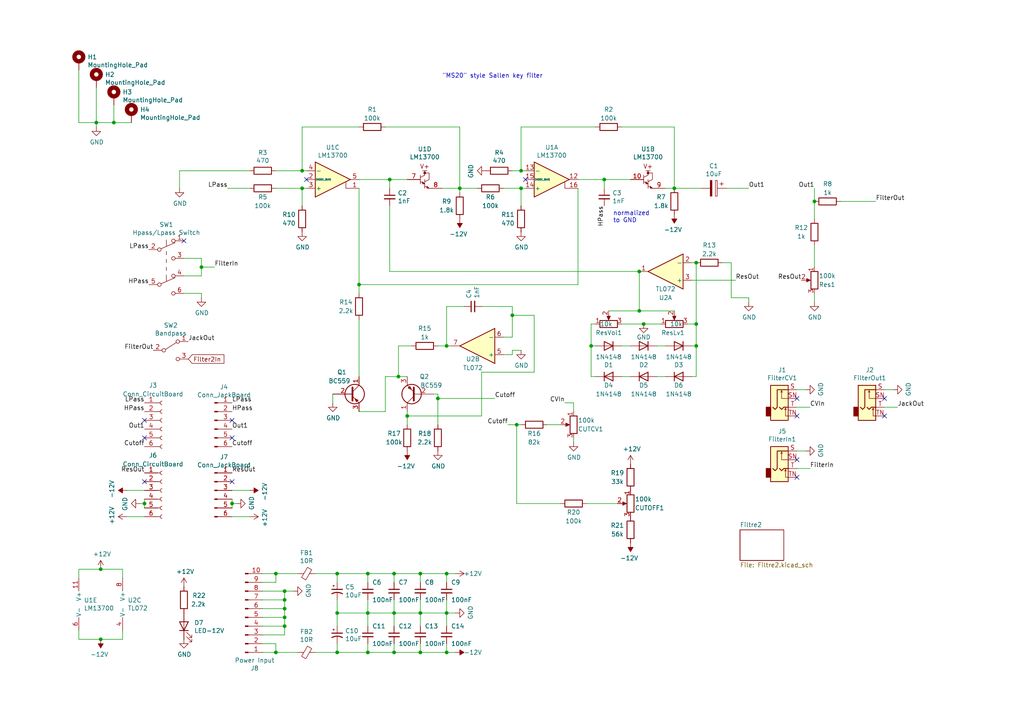
<source format=kicad_sch>
(kicad_sch (version 20230121) (generator eeschema)
  (paper "A4")
  (lib_symbols
    (symbol "Amplifier_Operational:LM13700" (pin_names (offset 0.127))
      (property "Reference" "U" (at 3.81 5.08 0))
      (property "Value" "LM13700" (at 5.08 -5.08 0))
      (symbol "LM13700_1_1"
        (pin output line (at 7.62 0 180) (length 2.54) (name "~") (number "12"))
        (pin input line (at -7.62 2.54 0) (length 2.54) (name "-") (number "13"))
        (pin input line (at -7.62 -2.54 0) (length 2.54) (name "+") (number "14"))
        (pin input line (at -7.62 0 0) (length 2.54) (name "DIODE_BIAS") (number "15"))
        (pin input line (at 7.62 -2.54 180) (length 2.54) (name "~") (number "16"))
      )
      (symbol "LM13700_2_1"
        (text "V+" (at -2.54 3.81 0) (effects (font (size 1.27 1.27))))
        (pin input line (at -7.62 0 0) (length 3.81) (name "~") (number "10"))
        (pin output line (at 2.54 -2.54 180) (length 3.81) (name "~") (number "9"))
      )
      (symbol "LM13700_3_1"
        (pin input line (at 7.62 -2.54 180) (length 2.54) (name "~") (number "1"))
        (pin input line (at -7.62 0 0) (length 2.54) (name "DIODE_BIAS") (number "2"))
        (pin input line (at -7.62 -2.54 0) (length 2.54) (name "+") (number "3"))
        (pin input line (at -7.62 2.54 0) (length 2.54) (name "-") (number "4"))
        (pin output line (at 7.62 0 180) (length 2.54) (name "~") (number "5"))
      )
      (symbol "LM13700_4_0"
        (text "V+" (at -2.54 3.81 0) (effects (font (size 1.27 1.27))))
      )
      (symbol "LM13700_4_1"
        (pin input line (at -7.62 0 0) (length 3.81) (name "~") (number "7"))
        (pin output line (at 2.54 -2.54 180) (length 3.81) (name "~") (number "8"))
      )
      (symbol "LM13700_5_1"
        (pin power_in line (at -2.54 7.62 270) (length 3.81) (name "V+") (number "11"))
        (pin power_in line (at -2.54 -7.62 90) (length 3.81) (name "V-") (number "6"))
      )
    )
    (symbol "Amplifier_Operational:TL072" (pin_names (offset 0.127))
      (property "Reference" "U" (at 0 5.08 0))
      (property "Value" "TL072" (at 0 -5.08 0))
      (symbol "TL072_1_1"
        (pin output line (at 7.62 0 180) (length 2.54) (name "~") (number "1"))
        (pin input line (at -7.62 -2.54 0) (length 2.54) (name "-") (number "2"))
        (pin input line (at -7.62 2.54 0) (length 2.54) (name "+") (number "3"))
      )
      (symbol "TL072_2_1"
        (pin input line (at -7.62 2.54 0) (length 2.54) (name "+") (number "5"))
        (pin input line (at -7.62 -2.54 0) (length 2.54) (name "-") (number "6"))
        (pin output line (at 7.62 0 180) (length 2.54) (name "~") (number "7"))
      )
      (symbol "TL072_3_1"
        (pin power_in line (at -2.54 -7.62 90) (length 3.81) (name "V-") (number "4"))
        (pin power_in line (at -2.54 7.62 270) (length 3.81) (name "V+") (number "8"))
      )
    )
    (symbol "Connector:AudioJack2_Switch"
      (property "Reference" "J" (at 0 11.43 0))
      (property "Value" "AudioJack2_Switch" (at 0 8.89 0))
      (symbol "AudioJack2_Switch_1_1"
        (pin passive line (at 5.08 5.08 180) (length 2.54) (name "~") (number "S"))
        (pin passive line (at 5.08 2.54 180) (length 2.54) (name "~") (number "SN"))
        (pin passive line (at 5.08 0 180) (length 2.54) (name "~") (number "T"))
        (pin passive line (at 5.08 -2.54 180) (length 2.54) (name "~") (number "TN"))
      )
    )
    (symbol "Connector:Conn_01x06_Female" (pin_names (offset 1.016) hide)
      (property "Reference" "J" (at 0 7.62 0))
      (property "Value" "Conn_01x06_Female" (at 0 -10.16 0))
      (symbol "Conn_01x06_Female_1_1"
        (pin passive line (at -5.08 5.08 0) (length 3.81) (name "Pin_1") (number "1"))
        (pin passive line (at -5.08 2.54 0) (length 3.81) (name "Pin_2") (number "2"))
        (pin passive line (at -5.08 0 0) (length 3.81) (name "Pin_3") (number "3"))
        (pin passive line (at -5.08 -2.54 0) (length 3.81) (name "Pin_4") (number "4"))
        (pin passive line (at -5.08 -5.08 0) (length 3.81) (name "Pin_5") (number "5"))
        (pin passive line (at -5.08 -7.62 0) (length 3.81) (name "Pin_6") (number "6"))
      )
    )
    (symbol "Connector:Conn_01x06_Male" (pin_names (offset 1.016) hide)
      (property "Reference" "J" (at 0 7.62 0))
      (property "Value" "Conn_01x06_Male" (at 0 -10.16 0))
      (symbol "Conn_01x06_Male_1_1"
        (pin passive line (at 5.08 5.08 180) (length 3.81) (name "Pin_1") (number "1"))
        (pin passive line (at 5.08 2.54 180) (length 3.81) (name "Pin_2") (number "2"))
        (pin passive line (at 5.08 0 180) (length 3.81) (name "Pin_3") (number "3"))
        (pin passive line (at 5.08 -2.54 180) (length 3.81) (name "Pin_4") (number "4"))
        (pin passive line (at 5.08 -5.08 180) (length 3.81) (name "Pin_5") (number "5"))
        (pin passive line (at 5.08 -7.62 180) (length 3.81) (name "Pin_6") (number "6"))
      )
    )
    (symbol "Connector:Conn_01x10_Male" (pin_names (offset 1.016) hide)
      (property "Reference" "J" (at 0 12.7 0))
      (property "Value" "Conn_01x10_Male" (at 0 -15.24 0))
      (symbol "Conn_01x10_Male_1_1"
        (pin passive line (at 5.08 10.16 180) (length 3.81) (name "Pin_1") (number "1"))
        (pin passive line (at 5.08 -12.7 180) (length 3.81) (name "Pin_10") (number "10"))
        (pin passive line (at 5.08 7.62 180) (length 3.81) (name "Pin_2") (number "2"))
        (pin passive line (at 5.08 5.08 180) (length 3.81) (name "Pin_3") (number "3"))
        (pin passive line (at 5.08 2.54 180) (length 3.81) (name "Pin_4") (number "4"))
        (pin passive line (at 5.08 0 180) (length 3.81) (name "Pin_5") (number "5"))
        (pin passive line (at 5.08 -2.54 180) (length 3.81) (name "Pin_6") (number "6"))
        (pin passive line (at 5.08 -5.08 180) (length 3.81) (name "Pin_7") (number "7"))
        (pin passive line (at 5.08 -7.62 180) (length 3.81) (name "Pin_8") (number "8"))
        (pin passive line (at 5.08 -10.16 180) (length 3.81) (name "Pin_9") (number "9"))
      )
    )
    (symbol "Device:CP" (pin_numbers hide) (pin_names (offset 0.254))
      (property "Reference" "C" (at 0.635 2.54 0))
      (property "Value" "Device_CP" (at 0.635 -2.54 0))
      (symbol "CP_1_1"
        (pin passive line (at 0 3.81 270) (length 2.794) (name "~") (number "1"))
        (pin passive line (at 0 -3.81 90) (length 2.794) (name "~") (number "2"))
      )
    )
    (symbol "Device:CP1_Small" (pin_numbers hide) (pin_names (offset 0.254) hide)
      (property "Reference" "C" (at 0.254 1.778 0))
      (property "Value" "Device_CP1_Small" (at 0.254 -2.032 0))
      (symbol "CP1_Small_1_1"
        (pin passive line (at 0 2.54 270) (length 2.032) (name "~") (number "1"))
        (pin passive line (at 0 -2.54 90) (length 2.032) (name "~") (number "2"))
      )
    )
    (symbol "Device:C_Small" (pin_numbers hide) (pin_names (offset 0.254) hide)
      (property "Reference" "C" (at 0.254 1.778 0))
      (property "Value" "C_Small" (at 0.254 -2.032 0))
      (symbol "C_Small_1_1"
        (pin passive line (at 0 2.54 270) (length 2.032) (name "~") (number "1"))
        (pin passive line (at 0 -2.54 90) (length 2.032) (name "~") (number "2"))
      )
    )
    (symbol "Device:D" (pin_numbers hide) (pin_names (offset 1.016) hide)
      (property "Reference" "D" (at 0 2.54 0))
      (property "Value" "D" (at 0 -2.54 0))
      (symbol "D_1_1"
        (pin passive line (at -3.81 0 0) (length 2.54) (name "K") (number "1"))
        (pin passive line (at 3.81 0 180) (length 2.54) (name "A") (number "2"))
      )
    )
    (symbol "Device:Ferrite_Bead_Small" (pin_numbers hide) (pin_names (offset 0))
      (property "Reference" "FB" (at 1.905 1.27 0))
      (property "Value" "Device_Ferrite_Bead_Small" (at 1.905 -1.27 0))
      (symbol "Ferrite_Bead_Small_1_1"
        (pin passive line (at 0 2.54 270) (length 1.27) (name "~") (number "1"))
        (pin passive line (at 0 -2.54 90) (length 1.27) (name "~") (number "2"))
      )
    )
    (symbol "Device:LED" (pin_numbers hide) (pin_names (offset 1.016) hide)
      (property "Reference" "D" (at 0 2.54 0))
      (property "Value" "LED" (at 0 -2.54 0))
      (symbol "LED_1_1"
        (pin passive line (at -3.81 0 0) (length 2.54) (name "K") (number "1"))
        (pin passive line (at 3.81 0 180) (length 2.54) (name "A") (number "2"))
      )
    )
    (symbol "Device:R" (pin_numbers hide) (pin_names (offset 0))
      (property "Reference" "R" (at 2.032 0 90))
      (property "Value" "R" (at 0 0 90))
      (symbol "R_1_1"
        (pin passive line (at 0 3.81 270) (length 1.27) (name "~") (number "1"))
        (pin passive line (at 0 -3.81 90) (length 1.27) (name "~") (number "2"))
      )
    )
    (symbol "Device:R_POT" (pin_names (offset 1.016) hide)
      (property "Reference" "RV" (at -4.445 0 90))
      (property "Value" "Device_R_POT" (at -2.54 0 90))
      (symbol "R_POT_1_1"
        (pin passive line (at 0 3.81 270) (length 1.27) (name "1") (number "1"))
        (pin passive line (at 3.81 0 180) (length 1.27) (name "2") (number "2"))
        (pin passive line (at 0 -3.81 90) (length 1.27) (name "3") (number "3"))
      )
    )
    (symbol "Mechanical:MountingHole_Pad" (pin_numbers hide) (pin_names (offset 1.016) hide)
      (property "Reference" "H" (at 0 6.35 0))
      (property "Value" "MountingHole_Pad" (at 0 4.445 0))
      (symbol "MountingHole_Pad_1_1"
        (pin input line (at 0 -2.54 90) (length 2.54) (name "1") (number "1"))
      )
    )
    (symbol "Switch:SW_Push_DPDT" (pin_names (offset 0) hide)
      (property "Reference" "SW" (at 0 8.89 0))
      (property "Value" "SW_Push_DPDT" (at 0 -10.16 0))
      (symbol "SW_Push_DPDT_1_1"
        (pin passive line (at 5.08 7.62 180) (length 2.54) (name "A") (number "1"))
        (pin passive line (at -5.08 5.08 0) (length 2.54) (name "B") (number "2"))
        (pin passive line (at 5.08 2.54 180) (length 2.54) (name "C") (number "3"))
        (pin passive line (at 5.08 -2.54 180) (length 2.54) (name "A") (number "4"))
        (pin passive line (at -5.08 -5.08 0) (length 2.54) (name "B") (number "5"))
        (pin passive line (at 5.08 -7.62 180) (length 2.54) (name "C") (number "6"))
      )
    )
    (symbol "Switch:SW_SPDT" (pin_names (offset 0) hide)
      (property "Reference" "SW" (at 0 4.318 0))
      (property "Value" "SW_SPDT" (at 0 -5.08 0))
      (symbol "SW_SPDT_1_1"
        (pin passive line (at 5.08 2.54 180) (length 2.54) (name "A") (number "1"))
        (pin passive line (at -5.08 0 0) (length 2.54) (name "B") (number "2"))
        (pin passive line (at 5.08 -2.54 180) (length 2.54) (name "C") (number "3"))
      )
    )
    (symbol "Transistor_BJT:BC559" (pin_names (offset 0) hide)
      (property "Reference" "Q" (at 5.08 1.905 0))
      (property "Value" "BC559" (at 5.08 0 0))
      (symbol "BC559_1_1"
        (pin passive line (at 2.54 5.08 270) (length 2.54) (name "C") (number "1"))
        (pin input line (at -5.08 0 0) (length 5.715) (name "B") (number "2"))
        (pin passive line (at 2.54 -5.08 90) (length 2.54) (name "E") (number "3"))
      )
    )
    (symbol "power:+12V" (power) (pin_names (offset 0))
      (property "Value" "+12V" (at 0 3.556 0))
      (symbol "+12V_1_1"
        (pin power_in line (at 0 0 90) (length 0) hide (name "+12V") (number "1"))
      )
    )
    (symbol "power:-12V" (power) (pin_names (offset 0))
      (property "Value" "-12V" (at 0 3.81 0))
      (symbol "-12V_0_0"
        (pin power_in line (at 0 0 90) (length 0) hide (name "-12V") (number "1"))
      )
    )
    (symbol "power:GND" (power) (pin_names (offset 0))
      (property "Value" "GND" (at 0 -3.81 0))
      (symbol "GND_1_1"
        (pin power_in line (at 0 0 270) (length 0) hide (name "GND") (number "1"))
      )
    )
  )
  (junction (at 121.92 177.8))
  (junction (at 118.11 120.65))
  (junction (at 104.14 82.55))
  (junction (at 186.69 93.98))
  (junction (at 82.55 179.07))
  (junction (at 133.35 54.61))
  (junction (at 114.3 189.23))
  (junction (at 114.3 166.37))
  (junction (at 58.42 77.47))
  (junction (at 201.93 93.98))
  (junction (at 33.02 35.56))
  (junction (at 151.13 49.53))
  (junction (at 129.54 100.33))
  (junction (at 106.68 166.37))
  (junction (at 113.03 52.07))
  (junction (at 201.93 76.2))
  (junction (at 97.79 189.23))
  (junction (at 129.54 177.8))
  (junction (at 148.59 91.44))
  (junction (at 171.45 100.33))
  (junction (at 149.86 123.19))
  (junction (at 82.55 181.61))
  (junction (at 80.01 166.37))
  (junction (at 82.55 176.53))
  (junction (at 129.54 189.23))
  (junction (at 185.42 90.17))
  (junction (at 121.92 189.23))
  (junction (at 151.13 54.61))
  (junction (at 29.21 165.1))
  (junction (at 201.93 100.33))
  (junction (at 82.55 173.99))
  (junction (at 27.94 35.56))
  (junction (at 87.63 54.61))
  (junction (at 82.55 171.45))
  (junction (at 106.68 177.8))
  (junction (at 97.79 177.8))
  (junction (at 97.79 166.37))
  (junction (at 195.58 54.61))
  (junction (at 67.31 146.05))
  (junction (at 236.22 58.42))
  (junction (at 29.21 185.42))
  (junction (at 114.3 177.8))
  (junction (at 106.68 189.23))
  (junction (at 80.01 189.23))
  (junction (at 87.63 49.53))
  (junction (at 127 115.57))
  (junction (at 121.92 166.37))
  (junction (at 175.26 52.07))
  (junction (at 185.42 78.74))
  (junction (at 41.91 146.05))
  (junction (at 115.57 109.22))
  (junction (at 129.54 166.37))
  (no_connect (at 53.34 69.85))
  (no_connect (at 256.54 120.65))
  (no_connect (at 231.14 133.35))
  (no_connect (at 41.91 127))
  (no_connect (at 41.91 121.92))
  (no_connect (at 152.4 52.07))
  (no_connect (at 67.31 121.92))
  (no_connect (at 231.14 120.65))
  (no_connect (at 231.14 115.57))
  (no_connect (at 41.91 139.7))
  (no_connect (at 67.31 139.7))
  (no_connect (at 67.31 127))
  (no_connect (at 256.54 115.57))
  (no_connect (at 231.14 138.43))
  (no_connect (at 88.9 52.07))
  (wire (pts (xy 58.42 74.93) (xy 58.42 77.47)))
  (wire (pts (xy 82.55 181.61) (xy 82.55 179.07)))
  (wire (pts (xy 148.59 91.44) (xy 148.59 88.9)))
  (wire (pts (xy 121.92 168.91) (xy 121.92 166.37)))
  (wire (pts (xy 67.31 142.24) (xy 72.39 142.24)))
  (wire (pts (xy 231.14 130.81) (xy 233.68 130.81)))
  (wire (pts (xy 201.93 93.98) (xy 201.93 100.33)))
  (wire (pts (xy 87.63 54.61) (xy 87.63 59.69)))
  (wire (pts (xy 118.11 120.65) (xy 139.7 120.65)))
  (wire (pts (xy 200.66 100.33) (xy 201.93 100.33)))
  (wire (pts (xy 106.68 189.23) (xy 114.3 189.23)))
  (wire (pts (xy 41.91 144.78) (xy 41.91 146.05)))
  (wire (pts (xy 97.79 186.69) (xy 97.79 189.23)))
  (wire (pts (xy 166.37 127) (xy 166.37 128.27)))
  (wire (pts (xy 171.45 100.33) (xy 171.45 109.22)))
  (wire (pts (xy 171.45 109.22) (xy 172.72 109.22)))
  (wire (pts (xy 38.1 35.56) (xy 33.02 35.56)))
  (wire (pts (xy 236.22 87.63) (xy 236.22 85.09)))
  (wire (pts (xy 72.39 49.53) (xy 52.07 49.53)))
  (wire (pts (xy 185.42 78.74) (xy 113.03 78.74)))
  (wire (pts (xy 125.73 114.3) (xy 127 114.3)))
  (wire (pts (xy 29.21 185.42) (xy 22.86 185.42)))
  (wire (pts (xy 97.79 189.23) (xy 106.68 189.23)))
  (wire (pts (xy 127 114.3) (xy 127 115.57)))
  (wire (pts (xy 182.88 109.22) (xy 180.34 109.22)))
  (wire (pts (xy 185.42 78.74) (xy 185.42 90.17)))
  (wire (pts (xy 121.92 177.8) (xy 121.92 181.61)))
  (wire (pts (xy 85.09 171.45) (xy 82.55 171.45)))
  (wire (pts (xy 76.2 171.45) (xy 82.55 171.45)))
  (wire (pts (xy 97.79 173.99) (xy 97.79 177.8)))
  (wire (pts (xy 209.55 76.2) (xy 212.09 76.2)))
  (wire (pts (xy 151.13 49.53) (xy 152.4 49.53)))
  (wire (pts (xy 76.2 168.91) (xy 80.01 168.91)))
  (wire (pts (xy 175.26 52.07) (xy 175.26 54.61)))
  (wire (pts (xy 139.7 120.65) (xy 139.7 107.95)))
  (wire (pts (xy 148.59 97.79) (xy 148.59 91.44)))
  (wire (pts (xy 113.03 78.74) (xy 113.03 59.69)))
  (wire (pts (xy 128.27 54.61) (xy 133.35 54.61)))
  (wire (pts (xy 104.14 82.55) (xy 104.14 54.61)))
  (wire (pts (xy 106.68 186.69) (xy 106.68 189.23)))
  (wire (pts (xy 115.57 100.33) (xy 115.57 109.22)))
  (wire (pts (xy 76.2 186.69) (xy 80.01 186.69)))
  (wire (pts (xy 151.13 54.61) (xy 146.05 54.61)))
  (wire (pts (xy 180.34 93.98) (xy 186.69 93.98)))
  (wire (pts (xy 167.64 82.55) (xy 104.14 82.55)))
  (wire (pts (xy 114.3 186.69) (xy 114.3 189.23)))
  (wire (pts (xy 114.3 166.37) (xy 121.92 166.37)))
  (wire (pts (xy 82.55 171.45) (xy 82.55 173.99)))
  (wire (pts (xy 172.72 100.33) (xy 171.45 100.33)))
  (wire (pts (xy 118.11 120.65) (xy 118.11 123.19)))
  (wire (pts (xy 127 100.33) (xy 129.54 100.33)))
  (wire (pts (xy 256.54 113.03) (xy 259.08 113.03)))
  (wire (pts (xy 76.2 173.99) (xy 82.55 173.99)))
  (wire (pts (xy 72.39 54.61) (xy 66.04 54.61)))
  (wire (pts (xy 234.95 135.89) (xy 231.14 135.89)))
  (wire (pts (xy 58.42 85.09) (xy 53.34 85.09)))
  (wire (pts (xy 104.14 119.38) (xy 111.76 119.38)))
  (wire (pts (xy 82.55 179.07) (xy 82.55 176.53)))
  (wire (pts (xy 121.92 166.37) (xy 129.54 166.37)))
  (wire (pts (xy 22.86 20.32) (xy 22.86 35.56)))
  (wire (pts (xy 212.09 76.2) (xy 212.09 86.36)))
  (wire (pts (xy 106.68 177.8) (xy 106.68 181.61)))
  (wire (pts (xy 236.22 71.12) (xy 236.22 77.47)))
  (wire (pts (xy 114.3 177.8) (xy 114.3 181.61)))
  (wire (pts (xy 212.09 86.36) (xy 217.17 86.36)))
  (wire (pts (xy 149.86 123.19) (xy 147.32 123.19)))
  (wire (pts (xy 203.2 54.61) (xy 195.58 54.61)))
  (wire (pts (xy 87.63 36.83) (xy 87.63 49.53)))
  (wire (pts (xy 121.92 173.99) (xy 121.92 177.8)))
  (wire (pts (xy 87.63 49.53) (xy 80.01 49.53)))
  (wire (pts (xy 129.54 166.37) (xy 132.08 166.37)))
  (wire (pts (xy 52.07 49.53) (xy 52.07 54.61)))
  (wire (pts (xy 35.56 182.88) (xy 35.56 185.42)))
  (wire (pts (xy 33.02 35.56) (xy 27.94 35.56)))
  (wire (pts (xy 154.94 107.95) (xy 154.94 91.44)))
  (wire (pts (xy 121.92 189.23) (xy 129.54 189.23)))
  (wire (pts (xy 167.64 54.61) (xy 167.64 82.55)))
  (wire (pts (xy 193.04 109.22) (xy 190.5 109.22)))
  (wire (pts (xy 97.79 166.37) (xy 106.68 166.37)))
  (wire (pts (xy 179.07 146.05) (xy 170.18 146.05)))
  (wire (pts (xy 129.54 173.99) (xy 129.54 177.8)))
  (wire (pts (xy 195.58 36.83) (xy 180.34 36.83)))
  (wire (pts (xy 121.92 177.8) (xy 129.54 177.8)))
  (wire (pts (xy 151.13 54.61) (xy 151.13 59.69)))
  (wire (pts (xy 76.2 189.23) (xy 80.01 189.23)))
  (wire (pts (xy 180.34 100.33) (xy 182.88 100.33)))
  (wire (pts (xy 97.79 168.91) (xy 97.79 166.37)))
  (wire (pts (xy 114.3 173.99) (xy 114.3 177.8)))
  (wire (pts (xy 106.68 166.37) (xy 114.3 166.37)))
  (wire (pts (xy 111.76 109.22) (xy 115.57 109.22)))
  (wire (pts (xy 201.93 100.33) (xy 201.93 109.22)))
  (wire (pts (xy 201.93 93.98) (xy 199.39 93.98)))
  (wire (pts (xy 186.69 93.98) (xy 191.77 93.98)))
  (wire (pts (xy 148.59 101.6) (xy 151.13 101.6)))
  (wire (pts (xy 127 115.57) (xy 127 123.19)))
  (wire (pts (xy 146.05 102.87) (xy 148.59 102.87)))
  (wire (pts (xy 134.62 88.9) (xy 129.54 88.9)))
  (wire (pts (xy 96.52 114.3) (xy 96.52 116.84)))
  (wire (pts (xy 129.54 168.91) (xy 129.54 166.37)))
  (wire (pts (xy 29.21 165.1) (xy 35.56 165.1)))
  (wire (pts (xy 210.82 54.61) (xy 217.17 54.61)))
  (wire (pts (xy 146.05 97.79) (xy 148.59 97.79)))
  (wire (pts (xy 67.31 144.78) (xy 67.31 146.05)))
  (wire (pts (xy 113.03 52.07) (xy 118.11 52.07)))
  (wire (pts (xy 80.01 166.37) (xy 86.36 166.37)))
  (wire (pts (xy 162.56 123.19) (xy 158.75 123.19)))
  (wire (pts (xy 148.59 102.87) (xy 148.59 101.6)))
  (wire (pts (xy 82.55 184.15) (xy 82.55 181.61)))
  (wire (pts (xy 114.3 168.91) (xy 114.3 166.37)))
  (wire (pts (xy 97.79 177.8) (xy 106.68 177.8)))
  (wire (pts (xy 129.54 186.69) (xy 129.54 189.23)))
  (wire (pts (xy 113.03 52.07) (xy 113.03 54.61)))
  (wire (pts (xy 29.21 185.42) (xy 35.56 185.42)))
  (wire (pts (xy 148.59 49.53) (xy 151.13 49.53)))
  (wire (pts (xy 62.23 77.47) (xy 58.42 77.47)))
  (wire (pts (xy 104.14 82.55) (xy 104.14 85.09)))
  (wire (pts (xy 139.7 107.95) (xy 154.94 107.95)))
  (wire (pts (xy 104.14 52.07) (xy 113.03 52.07)))
  (wire (pts (xy 35.56 165.1) (xy 35.56 167.64)))
  (wire (pts (xy 149.86 146.05) (xy 162.56 146.05)))
  (wire (pts (xy 129.54 189.23) (xy 132.08 189.23)))
  (wire (pts (xy 27.94 25.4) (xy 27.94 35.56)))
  (wire (pts (xy 41.91 146.05) (xy 40.64 146.05)))
  (wire (pts (xy 236.22 58.42) (xy 236.22 63.5)))
  (wire (pts (xy 22.86 165.1) (xy 22.86 167.64)))
  (wire (pts (xy 133.35 54.61) (xy 138.43 54.61)))
  (wire (pts (xy 80.01 54.61) (xy 87.63 54.61)))
  (wire (pts (xy 213.36 81.28) (xy 200.66 81.28)))
  (wire (pts (xy 243.84 58.42) (xy 254 58.42)))
  (wire (pts (xy 58.42 80.01) (xy 53.34 80.01)))
  (wire (pts (xy 234.95 118.11) (xy 231.14 118.11)))
  (wire (pts (xy 106.68 177.8) (xy 114.3 177.8)))
  (wire (pts (xy 148.59 88.9) (xy 139.7 88.9)))
  (wire (pts (xy 127 115.57) (xy 143.51 115.57)))
  (wire (pts (xy 97.79 177.8) (xy 97.79 181.61)))
  (wire (pts (xy 167.64 52.07) (xy 175.26 52.07)))
  (wire (pts (xy 129.54 177.8) (xy 129.54 181.61)))
  (wire (pts (xy 106.68 173.99) (xy 106.68 177.8)))
  (wire (pts (xy 22.86 182.88) (xy 22.86 185.42)))
  (wire (pts (xy 151.13 123.19) (xy 149.86 123.19)))
  (wire (pts (xy 33.02 30.48) (xy 33.02 35.56)))
  (wire (pts (xy 67.31 146.05) (xy 68.58 146.05)))
  (wire (pts (xy 82.55 173.99) (xy 82.55 176.53)))
  (wire (pts (xy 190.5 100.33) (xy 193.04 100.33)))
  (wire (pts (xy 133.35 55.88) (xy 133.35 54.61)))
  (wire (pts (xy 104.14 36.83) (xy 87.63 36.83)))
  (wire (pts (xy 118.11 119.38) (xy 118.11 120.65)))
  (wire (pts (xy 217.17 86.36) (xy 217.17 87.63)))
  (wire (pts (xy 185.42 90.17) (xy 195.58 90.17)))
  (wire (pts (xy 260.35 118.11) (xy 256.54 118.11)))
  (wire (pts (xy 201.93 76.2) (xy 201.93 93.98)))
  (wire (pts (xy 114.3 177.8) (xy 121.92 177.8)))
  (wire (pts (xy 22.86 35.56) (xy 27.94 35.56)))
  (wire (pts (xy 172.72 36.83) (xy 151.13 36.83)))
  (wire (pts (xy 80.01 186.69) (xy 80.01 189.23)))
  (wire (pts (xy 27.94 35.56) (xy 27.94 36.83)))
  (wire (pts (xy 133.35 54.61) (xy 133.35 36.83)))
  (wire (pts (xy 80.01 168.91) (xy 80.01 166.37)))
  (wire (pts (xy 76.2 184.15) (xy 82.55 184.15)))
  (wire (pts (xy 72.39 149.86) (xy 67.31 149.86)))
  (wire (pts (xy 119.38 100.33) (xy 115.57 100.33)))
  (wire (pts (xy 115.57 109.22) (xy 118.11 109.22)))
  (wire (pts (xy 163.83 116.84) (xy 166.37 116.84)))
  (wire (pts (xy 76.2 181.61) (xy 82.55 181.61)))
  (wire (pts (xy 195.58 54.61) (xy 195.58 36.83)))
  (wire (pts (xy 111.76 119.38) (xy 111.76 109.22)))
  (wire (pts (xy 185.42 90.17) (xy 176.53 90.17)))
  (wire (pts (xy 106.68 168.91) (xy 106.68 166.37)))
  (wire (pts (xy 67.31 146.05) (xy 67.31 147.32)))
  (wire (pts (xy 76.2 166.37) (xy 80.01 166.37)))
  (wire (pts (xy 82.55 176.53) (xy 76.2 176.53)))
  (wire (pts (xy 193.04 54.61) (xy 195.58 54.61)))
  (wire (pts (xy 91.44 166.37) (xy 97.79 166.37)))
  (wire (pts (xy 151.13 36.83) (xy 151.13 49.53)))
  (wire (pts (xy 76.2 179.07) (xy 82.55 179.07)))
  (wire (pts (xy 41.91 142.24) (xy 36.83 142.24)))
  (wire (pts (xy 175.26 52.07) (xy 182.88 52.07)))
  (wire (pts (xy 231.14 113.03) (xy 233.68 113.03)))
  (wire (pts (xy 104.14 92.71) (xy 104.14 109.22)))
  (wire (pts (xy 151.13 54.61) (xy 152.4 54.61)))
  (wire (pts (xy 149.86 123.19) (xy 149.86 146.05)))
  (wire (pts (xy 129.54 88.9) (xy 129.54 100.33)))
  (wire (pts (xy 29.21 165.1) (xy 22.86 165.1)))
  (wire (pts (xy 114.3 189.23) (xy 121.92 189.23)))
  (wire (pts (xy 201.93 76.2) (xy 200.66 76.2)))
  (wire (pts (xy 58.42 77.47) (xy 58.42 80.01)))
  (wire (pts (xy 129.54 177.8) (xy 132.08 177.8)))
  (wire (pts (xy 88.9 49.53) (xy 87.63 49.53)))
  (wire (pts (xy 201.93 109.22) (xy 200.66 109.22)))
  (wire (pts (xy 41.91 146.05) (xy 41.91 147.32)))
  (wire (pts (xy 41.91 149.86) (xy 36.83 149.86)))
  (wire (pts (xy 87.63 54.61) (xy 88.9 54.61)))
  (wire (pts (xy 236.22 54.61) (xy 236.22 58.42)))
  (wire (pts (xy 154.94 91.44) (xy 148.59 91.44)))
  (wire (pts (xy 91.44 189.23) (xy 97.79 189.23)))
  (wire (pts (xy 53.34 74.93) (xy 58.42 74.93)))
  (wire (pts (xy 171.45 93.98) (xy 171.45 100.33)))
  (wire (pts (xy 133.35 36.83) (xy 111.76 36.83)))
  (wire (pts (xy 172.72 93.98) (xy 171.45 93.98)))
  (wire (pts (xy 166.37 116.84) (xy 166.37 119.38)))
  (wire (pts (xy 58.42 86.36) (xy 58.42 85.09)))
  (wire (pts (xy 80.01 189.23) (xy 86.36 189.23)))
  (wire (pts (xy 129.54 100.33) (xy 130.81 100.33)))
  (wire (pts (xy 121.92 186.69) (xy 121.92 189.23)))
  (text "normalized \nto GND" (at 177.8 64.77 0) (effects (font (size 1.27 1.27)) (justify left bottom)))
  (text "\"MS20\" style Sallen key filter" (at 128.27 22.86 0) (effects (font (size 1.27 1.27)) (justify left bottom)))
  (label "HPass" (at 175.26 59.69 270))
  (label "ResOut" (at 232.41 81.28 180))
  (label "FilterIn" (at 234.95 135.89 0))
  (label "JackOut" (at 260.35 118.11 0))
  (label "LPass" (at 67.31 116.84 0))
  (label "FilterOut" (at 44.45 101.6 180))
  (label "LPass" (at 66.04 54.61 180))
  (label "Cutoff" (at 41.91 129.54 180))
  (label "CVIn" (at 234.95 118.11 0))
  (label "HPass" (at 41.91 119.38 180))
  (label "ResOut" (at 41.91 137.16 180))
  (label "Cutoff" (at 67.31 129.54 0))
  (label "HPass" (at 43.18 82.55 180))
  (label "FilterOut" (at 254 58.42 0))
  (label "Cutoff" (at 143.51 115.57 0))
  (label "ResOut" (at 67.31 137.16 0))
  (label "LPass" (at 43.18 72.39 180))
  (label "Out1" (at 67.31 124.46 0))
  (label "HPass" (at 67.31 119.38 0))
  (label "Out1" (at 41.91 124.46 180))
  (label "LPass" (at 41.91 116.84 180))
  (label "CVIn" (at 163.83 116.84 180))
  (label "Cutoff" (at 147.32 123.19 180))
  (label "FilterIn" (at 62.23 77.47 0))
  (label "ResOut" (at 213.36 81.28 0))
  (label "JackOut" (at 54.61 99.06 0))
  (label "Out1" (at 236.22 54.61 180))
  (label "Out1" (at 217.17 54.61 0))
  (global_label "Filter2In" (shape input) (at 54.61 104.14 0) (property "Intersheetrefs" "${INTERSHEET_REFS}" (effects hide)))
  (symbol (lib_id "Amplifier_Operational:LM13700") (at 160.02 52.07 0) (unit 1)
    (property "Reference" "U1" (at 160.02 42.7482 0))
    (property "Value" "LM13700" (at 160.02 45.0596 0))
    (property "Footprint" "Package_SO:SOIC-16_3.9x9.9mm_P1.27mm" (effects hide))
    (property "Datasheet" "http://www.ti.com/lit/ds/symlink/lm13700.pdf" (effects hide))
  )
  (symbol (lib_id "Amplifier_Operational:LM13700") (at 96.52 52.07 0) (unit 3)
    (property "Reference" "U1" (at 96.52 42.7482 0))
    (property "Value" "LM13700" (at 96.52 45.0596 0))
    (property "Footprint" "Package_SO:SOIC-16_3.9x9.9mm_P1.27mm" (effects hide))
    (property "Datasheet" "http://www.ti.com/lit/ds/symlink/lm13700.pdf" (effects hide))
  )
  (symbol (lib_id "Amplifier_Operational:LM13700") (at 190.5 52.07 0) (unit 2)
    (property "Reference" "U1" (at 187.96 43.2308 0))
    (property "Value" "LM13700" (at 187.96 45.5422 0))
    (property "Footprint" "Package_SO:SOIC-16_3.9x9.9mm_P1.27mm" (effects hide))
    (property "Datasheet" "http://www.ti.com/lit/ds/symlink/lm13700.pdf" (effects hide))
  )
  (symbol (lib_id "Amplifier_Operational:LM13700") (at 125.73 52.07 0) (unit 4)
    (property "Reference" "U1" (at 123.19 43.2308 0))
    (property "Value" "LM13700" (at 123.19 45.5422 0))
    (property "Footprint" "Package_SO:SOIC-16_3.9x9.9mm_P1.27mm" (effects hide))
    (property "Datasheet" "http://www.ti.com/lit/ds/symlink/lm13700.pdf" (effects hide))
  )
  (symbol (lib_id "Amplifier_Operational:TL072") (at 193.04 78.74 180) (unit 1)
    (property "Reference" "U2" (at 193.04 86.36 0))
    (property "Value" "TL072" (at 193.04 83.82 0))
    (property "Footprint" "Package_DIP:DIP-8_W7.62mm_Socket" (effects hide))
    (property "Datasheet" "http://www.ti.com/lit/ds/symlink/tl071.pdf" (effects hide))
  )
  (symbol (lib_id "Amplifier_Operational:TL072") (at 138.43 100.33 180) (unit 2)
    (property "Reference" "U2" (at 137.16 104.14 0))
    (property "Value" "TL072" (at 137.16 106.68 0))
    (property "Footprint" "Package_DIP:DIP-8_W7.62mm_Socket" (effects hide))
    (property "Datasheet" "http://www.ti.com/lit/ds/symlink/tl071.pdf" (effects hide))
  )
  (symbol (lib_id "Device:R") (at 76.2 54.61 90) (unit 1)
    (property "Reference" "R5" (at 76.2 57.15 90))
    (property "Value" "100k" (at 76.2 59.69 90))
    (property "Footprint" "Resistor_THT:R_Axial_DIN0207_L6.3mm_D2.5mm_P10.16mm_Horizontal" (effects hide))
  )
  (symbol (lib_id "Device:R") (at 76.2 49.53 90) (unit 1)
    (property "Reference" "R3" (at 76.2 44.2722 90))
    (property "Value" "470" (at 76.2 46.5836 90))
    (property "Footprint" "Resistor_THT:R_Axial_DIN0207_L6.3mm_D2.5mm_P10.16mm_Horizontal" (effects hide))
  )
  (symbol (lib_id "Device:R") (at 87.63 63.5 180) (unit 1)
    (property "Reference" "R10" (at 83.82 62.23 0))
    (property "Value" "470" (at 83.82 64.77 0))
    (property "Footprint" "Resistor_THT:R_Axial_DIN0207_L6.3mm_D2.5mm_P10.16mm_Horizontal" (effects hide))
  )
  (symbol (lib_id "power:GND") (at 87.63 67.31 0) (unit 1)
    (property "Reference" "#PWR06" (effects hide))
    (property "Value" "GND" (at 87.757 71.7042 0))
  )
  (symbol (lib_id "power:GND") (at 52.07 54.61 0) (unit 1)
    (property "Reference" "#PWR03" (effects hide))
    (property "Value" "GND" (at 52.197 59.0042 0))
  )
  (symbol (lib_id "Switch:SW_Push_DPDT") (at 48.26 77.47 0) (unit 1)
    (property "Reference" "SW1" (at 48.26 65.151 0))
    (property "Value" "Hpass/Lpass Switch" (at 48.26 67.4624 0))
    (property "Footprint" "Synth:SW_DPDT_Toggle" (effects hide))
    (property "Comment " "DPDT Switch, On-Off-On " (effects hide))
  )
  (symbol (lib_id "Device:R") (at 107.95 36.83 90) (unit 1)
    (property "Reference" "R1" (at 107.95 31.75 90))
    (property "Value" "100k" (at 107.95 34.29 90))
    (property "Footprint" "Resistor_THT:R_Axial_DIN0207_L6.3mm_D2.5mm_P10.16mm_Horizontal" (effects hide))
  )
  (symbol (lib_id "Device:R") (at 133.35 59.69 180) (unit 1)
    (property "Reference" "R9" (at 129.54 58.42 0))
    (property "Value" "1.8k" (at 129.54 60.96 0))
    (property "Footprint" "Resistor_THT:R_Axial_DIN0207_L6.3mm_D2.5mm_P10.16mm_Horizontal" (effects hide))
  )
  (symbol (lib_id "power:-12V") (at 133.35 63.5 180) (unit 1)
    (property "Reference" "#PWR05" (effects hide))
    (property "Value" "-12V" (at 132.969 67.8942 0))
  )
  (symbol (lib_id "Device:R") (at 144.78 49.53 90) (unit 1)
    (property "Reference" "R4" (at 144.78 44.2722 90))
    (property "Value" "470" (at 144.78 46.5836 90))
    (property "Footprint" "Resistor_THT:R_Axial_DIN0207_L6.3mm_D2.5mm_P10.16mm_Horizontal" (effects hide))
  )
  (symbol (lib_id "power:GND") (at 140.97 49.53 270) (unit 1)
    (property "Reference" "#PWR02" (effects hide))
    (property "Value" "GND" (at 136.5758 49.657 0))
  )
  (symbol (lib_id "Device:R") (at 176.53 36.83 90) (unit 1)
    (property "Reference" "R2" (at 176.53 31.75 90))
    (property "Value" "100k" (at 176.53 34.29 90))
    (property "Footprint" "Resistor_THT:R_Axial_DIN0207_L6.3mm_D2.5mm_P10.16mm_Horizontal" (effects hide))
  )
  (symbol (lib_id "Device:R") (at 142.24 54.61 90) (unit 1)
    (property "Reference" "R6" (at 142.24 57.15 90))
    (property "Value" "100k" (at 142.24 59.69 90))
    (property "Footprint" "Resistor_THT:R_Axial_DIN0207_L6.3mm_D2.5mm_P10.16mm_Horizontal" (effects hide))
  )
  (symbol (lib_id "Device:R") (at 151.13 63.5 180) (unit 1)
    (property "Reference" "R11" (at 147.32 62.23 0))
    (property "Value" "470" (at 147.32 64.77 0))
    (property "Footprint" "Resistor_THT:R_Axial_DIN0207_L6.3mm_D2.5mm_P10.16mm_Horizontal" (effects hide))
  )
  (symbol (lib_id "power:GND") (at 151.13 67.31 0) (unit 1)
    (property "Reference" "#PWR07" (effects hide))
    (property "Value" "GND" (at 151.257 71.7042 0))
  )
  (symbol (lib_id "Device:C_Small") (at 175.26 57.15 0) (unit 1)
    (property "Reference" "C3" (at 177.5968 55.9816 0) (effects (justify left)))
    (property "Value" "1nF" (at 177.5968 58.293 0) (effects (justify left)))
    (property "Footprint" "Capacitor_THT:C_Disc_D7.0mm_W2.5mm_P5.00mm" (effects hide))
  )
  (symbol (lib_id "power:GND") (at 58.42 86.36 0) (unit 1)
    (property "Reference" "#PWR08" (effects hide))
    (property "Value" "GND" (at 58.547 90.7542 0))
  )
  (symbol (lib_id "Device:C_Small") (at 113.03 57.15 0) (unit 1)
    (property "Reference" "C2" (at 115.3668 55.9816 0) (effects (justify left)))
    (property "Value" "1nF" (at 115.3668 58.293 0) (effects (justify left)))
    (property "Footprint" "Capacitor_THT:C_Disc_D7.0mm_W2.5mm_P5.00mm" (effects hide))
  )
  (symbol (lib_id "Device:R") (at 195.58 58.42 180) (unit 1)
    (property "Reference" "R7" (at 191.77 57.15 0))
    (property "Value" "1.8k" (at 191.77 59.69 0))
    (property "Footprint" "Resistor_THT:R_Axial_DIN0207_L6.3mm_D2.5mm_P10.16mm_Horizontal" (effects hide))
  )
  (symbol (lib_id "power:-12V") (at 195.58 62.23 180) (unit 1)
    (property "Reference" "#PWR04" (effects hide))
    (property "Value" "-12V" (at 195.199 66.6242 0))
  )
  (symbol (lib_id "Device:CP") (at 207.01 54.61 270) (unit 1)
    (property "Reference" "C1" (at 207.01 48.133 90))
    (property "Value" "10uF" (at 207.01 50.4444 90))
    (property "Footprint" "Capacitor_THT:CP_Radial_D5.0mm_P2.00mm" (effects hide))
    (property "Comment " "Electrolytic cap" (effects hide))
  )
  (symbol (lib_id "Device:R") (at 240.03 58.42 270) (unit 1)
    (property "Reference" "R8" (at 240.03 53.34 90))
    (property "Value" "1k" (at 240.03 55.88 90))
    (property "Footprint" "Resistor_THT:R_Axial_DIN0207_L6.3mm_D2.5mm_P10.16mm_Horizontal" (effects hide))
  )
  (symbol (lib_id "Device:R") (at 236.22 67.31 180) (unit 1)
    (property "Reference" "R12" (at 232.41 66.04 0))
    (property "Value" "1k" (at 232.41 68.58 0))
    (property "Footprint" "Resistor_THT:R_Axial_DIN0207_L6.3mm_D2.5mm_P10.16mm_Horizontal" (effects hide))
  )
  (symbol (lib_id "Device:R_POT") (at 236.22 81.28 0) (mirror y) (unit 1)
    (property "Reference" "Res1" (at 237.49 82.55 0) (effects (justify right)))
    (property "Value" "100k" (at 237.49 80.01 0) (effects (justify right)))
    (property "Footprint" "Synth:Pot-bourns-alpha" (effects hide))
  )
  (symbol (lib_id "power:GND") (at 217.17 87.63 0) (unit 1)
    (property "Reference" "#PWR09" (effects hide))
    (property "Value" "GND" (at 217.297 92.0242 0))
  )
  (symbol (lib_id "Device:R") (at 205.74 76.2 270) (unit 1)
    (property "Reference" "R13" (at 205.74 71.12 90))
    (property "Value" "2.2k" (at 205.74 73.66 90))
    (property "Footprint" "Resistor_THT:R_Axial_DIN0207_L6.3mm_D2.5mm_P10.16mm_Horizontal" (effects hide))
  )
  (symbol (lib_id "Device:D") (at 196.85 109.22 0) (unit 1)
    (property "Reference" "D6" (at 196.85 111.76 0))
    (property "Value" "1N4148" (at 196.85 114.3 0))
    (property "Footprint" "Diode_THT:D_DO-35_SOD27_P7.62mm_Horizontal" (effects hide))
  )
  (symbol (lib_id "Device:D") (at 186.69 109.22 0) (unit 1)
    (property "Reference" "D5" (at 186.69 111.76 0))
    (property "Value" "1N4148" (at 186.69 114.3 0))
    (property "Footprint" "Diode_THT:D_DO-35_SOD27_P7.62mm_Horizontal" (effects hide))
  )
  (symbol (lib_id "Device:D") (at 176.53 109.22 0) (unit 1)
    (property "Reference" "D4" (at 176.53 111.76 0))
    (property "Value" "1N4148" (at 176.53 114.3 0))
    (property "Footprint" "Diode_THT:D_DO-35_SOD27_P7.62mm_Horizontal" (effects hide))
  )
  (symbol (lib_id "Device:D") (at 176.53 100.33 180) (unit 1)
    (property "Reference" "D1" (at 176.53 105.8418 0))
    (property "Value" "1N4148" (at 176.53 103.5304 0))
    (property "Footprint" "Diode_THT:D_DO-35_SOD27_P7.62mm_Horizontal" (effects hide))
  )
  (symbol (lib_id "Device:D") (at 186.69 100.33 180) (unit 1)
    (property "Reference" "D2" (at 186.69 105.8418 0))
    (property "Value" "1N4148" (at 186.69 103.5304 0))
    (property "Footprint" "Diode_THT:D_DO-35_SOD27_P7.62mm_Horizontal" (effects hide))
  )
  (symbol (lib_id "Device:D") (at 196.85 100.33 180) (unit 1)
    (property "Reference" "D3" (at 196.85 105.8418 0))
    (property "Value" "1N4148" (at 196.85 103.5304 0))
    (property "Footprint" "Diode_THT:D_DO-35_SOD27_P7.62mm_Horizontal" (effects hide))
  )
  (symbol (lib_id "Device:R") (at 104.14 88.9 180) (unit 1)
    (property "Reference" "R14" (at 100.33 87.63 0))
    (property "Value" "2.2k" (at 100.33 90.17 0))
    (property "Footprint" "Resistor_THT:R_Axial_DIN0207_L6.3mm_D2.5mm_P10.16mm_Horizontal" (effects hide))
  )
  (symbol (lib_id "Device:R_POT") (at 182.88 146.05 0) (mirror y) (unit 1)
    (property "Reference" "CUTOFF1" (at 184.15 147.32 0) (effects (justify right)))
    (property "Value" "100k" (at 184.15 144.78 0) (effects (justify right)))
    (property "Footprint" "Synth:Pot-bourns-alpha" (effects hide))
  )
  (symbol (lib_id "power:-12V") (at 182.88 157.48 180) (unit 1)
    (property "Reference" "#PWR027" (effects hide))
    (property "Value" "-12V" (at 182.499 161.8742 0))
  )
  (symbol (lib_id "Device:R") (at 182.88 153.67 180) (unit 1)
    (property "Reference" "R21" (at 179.07 152.4 0))
    (property "Value" "56k" (at 179.07 154.94 0))
    (property "Footprint" "Resistor_THT:R_Axial_DIN0207_L6.3mm_D2.5mm_P10.16mm_Horizontal" (effects hide))
  )
  (symbol (lib_id "Device:R") (at 182.88 138.43 180) (unit 1)
    (property "Reference" "R19" (at 179.07 137.16 0))
    (property "Value" "33k" (at 179.07 139.7 0))
    (property "Footprint" "Resistor_THT:R_Axial_DIN0207_L6.3mm_D2.5mm_P10.16mm_Horizontal" (effects hide))
  )
  (symbol (lib_id "power:+12V") (at 182.88 134.62 0) (unit 1)
    (property "Reference" "#PWR020" (effects hide))
    (property "Value" "+12V" (at 183.261 130.2258 0))
  )
  (symbol (lib_id "Device:R") (at 166.37 146.05 90) (unit 1)
    (property "Reference" "R20" (at 166.37 148.59 90))
    (property "Value" "100k" (at 166.37 151.13 90))
    (property "Footprint" "Resistor_THT:R_Axial_DIN0207_L6.3mm_D2.5mm_P10.16mm_Horizontal" (effects hide))
  )
  (symbol (lib_id "Device:R_POT") (at 166.37 123.19 0) (mirror y) (unit 1)
    (property "Reference" "CUTCV1" (at 167.64 124.46 0) (effects (justify right)))
    (property "Value" "100k" (at 167.64 121.92 0) (effects (justify right)))
    (property "Footprint" "Synth:Pot-bourns-alpha" (effects hide))
    (property "Comment " "Use a small shaft (trimmer type)" (effects hide))
  )
  (symbol (lib_id "power:GND") (at 166.37 128.27 0) (unit 1)
    (property "Reference" "#PWR016" (effects hide))
    (property "Value" "GND" (at 166.497 132.6642 0))
  )
  (symbol (lib_id "Device:R") (at 154.94 123.19 90) (unit 1)
    (property "Reference" "R16" (at 154.94 125.73 90))
    (property "Value" "82k" (at 154.94 128.27 90))
    (property "Footprint" "Resistor_THT:R_Axial_DIN0207_L6.3mm_D2.5mm_P10.16mm_Horizontal" (effects hide))
  )
  (symbol (lib_id "Device:R") (at 118.11 127 180) (unit 1)
    (property "Reference" "R17" (at 114.3 125.73 0))
    (property "Value" "100k" (at 114.3 128.27 0))
    (property "Footprint" "Resistor_THT:R_Axial_DIN0207_L6.3mm_D2.5mm_P10.16mm_Horizontal" (effects hide))
  )
  (symbol (lib_id "power:-12V") (at 118.11 130.81 180) (unit 1)
    (property "Reference" "#PWR017" (effects hide))
    (property "Value" "-12V" (at 117.729 135.2042 0))
  )
  (symbol (lib_id "Device:R") (at 127 127 180) (unit 1)
    (property "Reference" "R18" (at 123.19 125.73 0))
    (property "Value" "2.2k" (at 123.19 128.27 0))
    (property "Footprint" "Resistor_THT:R_Axial_DIN0207_L6.3mm_D2.5mm_P10.16mm_Horizontal" (effects hide))
  )
  (symbol (lib_id "power:GND") (at 127 130.81 0) (unit 1)
    (property "Reference" "#PWR018" (effects hide))
    (property "Value" "GND" (at 127.127 135.2042 0))
  )
  (symbol (lib_id "Transistor_BJT:BC559") (at 101.6 114.3 0) (unit 1)
    (property "Reference" "Q1" (at 97.79 107.95 0) (effects (justify left)))
    (property "Value" "BC559" (at 95.25 110.49 0) (effects (justify left)))
    (property "Footprint" "Package_TO_SOT_THT:TO-92_Inline_Wide" (effects hide))
    (property "Datasheet" "https://www.onsemi.com/pub/Collateral/BC556BTA-D.pdf" (effects hide))
    (property "Comment " "Substitute BC558" (effects hide))
  )
  (symbol (lib_id "Transistor_BJT:BC559") (at 120.65 114.3 180) (unit 1)
    (property "Reference" "Q2" (at 124.46 109.22 0) (effects (justify left)))
    (property "Value" "BC559" (at 128.27 111.76 0) (effects (justify left)))
    (property "Footprint" "Package_TO_SOT_THT:TO-92_Inline_Wide" (effects hide))
    (property "Datasheet" "https://www.onsemi.com/pub/Collateral/BC556BTA-D.pdf" (effects hide))
    (property "Comment " "Substitute BC558" (effects hide))
  )
  (symbol (lib_id "power:GND") (at 96.52 116.84 0) (unit 1)
    (property "Reference" "#PWR015" (effects hide))
    (property "Value" "GND" (at 96.647 121.2342 0))
  )
  (symbol (lib_id "Device:R") (at 123.19 100.33 90) (unit 1)
    (property "Reference" "R15" (at 123.19 95.25 90))
    (property "Value" "1k" (at 123.19 97.79 90))
    (property "Footprint" "Resistor_THT:R_Axial_DIN0207_L6.3mm_D2.5mm_P10.16mm_Horizontal" (effects hide))
  )
  (symbol (lib_id "power:GND") (at 151.13 101.6 0) (unit 1)
    (property "Reference" "#PWR012" (effects hide))
    (property "Value" "GND" (at 151.257 105.9942 0))
  )
  (symbol (lib_id "Device:C_Small") (at 137.16 88.9 90) (unit 1)
    (property "Reference" "C4" (at 135.9916 86.5632 0) (effects (justify left)))
    (property "Value" "1nF" (at 138.303 86.5632 0) (effects (justify left)))
    (property "Footprint" "Capacitor_THT:C_Disc_D7.0mm_W2.5mm_P5.00mm" (effects hide))
  )
  (symbol (lib_id "power:GND") (at 236.22 87.63 0) (unit 1)
    (property "Reference" "#PWR010" (effects hide))
    (property "Value" "GND" (at 236.347 92.0242 0))
  )
  (symbol (lib_id "power:+12V") (at 72.39 149.86 270) (unit 1)
    (property "Reference" "#PWR026" (effects hide))
    (property "Value" "+12V" (at 76.7842 150.241 0))
  )
  (symbol (lib_id "power:+12V") (at 36.83 149.86 90) (unit 1)
    (property "Reference" "#PWR025" (effects hide))
    (property "Value" "+12V" (at 32.4358 149.479 0))
  )
  (symbol (lib_id "power:-12V") (at 72.39 142.24 270) (unit 1)
    (property "Reference" "#PWR022" (effects hide))
    (property "Value" "-12V" (at 76.7842 142.621 0))
  )
  (symbol (lib_id "power:-12V") (at 36.83 142.24 90) (unit 1)
    (property "Reference" "#PWR021" (effects hide))
    (property "Value" "-12V" (at 32.4358 141.859 0))
  )
  (symbol (lib_id "power:GND") (at 40.64 146.05 270) (unit 1)
    (property "Reference" "#PWR023" (effects hide))
    (property "Value" "GND" (at 36.2458 146.177 0))
  )
  (symbol (lib_id "power:GND") (at 68.58 146.05 90) (unit 1)
    (property "Reference" "#PWR024" (effects hide))
    (property "Value" "GND" (at 72.9742 145.923 0))
  )
  (symbol (lib_id "power:+12V") (at 132.08 166.37 270) (unit 1)
    (property "Reference" "#PWR029" (effects hide))
    (property "Value" "+12V" (at 137.16 166.37 90))
  )
  (symbol (lib_id "power:-12V") (at 132.08 189.23 270) (unit 1)
    (property "Reference" "#PWR035" (effects hide))
    (property "Value" "-12V" (at 137.16 189.23 90))
  )
  (symbol (lib_id "Device:CP1_Small") (at 97.79 171.45 0) (unit 1)
    (property "Reference" "C5" (at 100.1014 170.2816 0) (effects (justify left)))
    (property "Value" "10uF" (at 100.1014 172.593 0) (effects (justify left)))
    (property "Footprint" "Capacitor_THT:CP_Radial_D5.0mm_P2.00mm" (effects hide))
    (property "Comment " "Electrolytic cap" (effects hide))
  )
  (symbol (lib_id "Device:CP1_Small") (at 97.79 184.15 0) (unit 1)
    (property "Reference" "C10" (at 100.1014 182.9816 0) (effects (justify left)))
    (property "Value" "10uF" (at 100.1014 185.293 0) (effects (justify left)))
    (property "Footprint" "Capacitor_THT:CP_Radial_D5.0mm_P2.00mm" (effects hide))
    (property "Comment " "Electrolytic cap" (effects hide))
  )
  (symbol (lib_id "Device:Ferrite_Bead_Small") (at 88.9 166.37 270) (unit 1)
    (property "Reference" "FB1" (at 88.9 160.3502 90))
    (property "Value" "10R" (at 88.9 162.6616 90))
    (property "Footprint" "Inductor_THT:L_Axial_L7.0mm_D3.3mm_P10.16mm_Horizontal_Fastron_MICC" (effects hide))
  )
  (symbol (lib_id "Device:Ferrite_Bead_Small") (at 88.9 189.23 270) (unit 1)
    (property "Reference" "FB2" (at 88.9 183.2102 90))
    (property "Value" "10R" (at 88.9 185.5216 90))
    (property "Footprint" "Inductor_THT:L_Axial_L7.0mm_D3.3mm_P10.16mm_Horizontal_Fastron_MICC" (effects hide))
  )
  (symbol (lib_id "power:GND") (at 132.08 177.8 90) (unit 1)
    (property "Reference" "#PWR032" (effects hide))
    (property "Value" "GND" (at 136.4742 177.673 0))
  )
  (symbol (lib_id "power:GND") (at 85.09 171.45 90) (unit 1)
    (property "Reference" "#PWR031" (effects hide))
    (property "Value" "GND" (at 89.4842 171.323 0))
  )
  (symbol (lib_id "Device:R") (at 53.34 173.99 0) (unit 1)
    (property "Reference" "R22" (at 59.69 172.72 0) (effects (justify right)))
    (property "Value" "2.2k" (at 59.69 175.26 0) (effects (justify right)))
    (property "Footprint" "Resistor_THT:R_Axial_DIN0207_L6.3mm_D2.5mm_P10.16mm_Horizontal" (effects hide))
  )
  (symbol (lib_id "power:GND") (at 53.34 185.42 0) (unit 1)
    (property "Reference" "#PWR034" (effects hide))
    (property "Value" "GND" (at 53.467 189.8142 0))
  )
  (symbol (lib_id "Device:LED") (at 53.34 181.61 90) (unit 1)
    (property "Reference" "D7" (at 56.3372 180.6194 90) (effects (justify right)))
    (property "Value" "LED-12V" (at 56.3372 182.9308 90) (effects (justify right)))
    (property "Footprint" "LED_THT:LED_D4.0mm" (effects hide))
  )
  (symbol (lib_id "power:+12V") (at 53.34 170.18 0) (unit 1)
    (property "Reference" "#PWR030" (effects hide))
    (property "Value" "+12V" (at 53.721 165.7858 0))
  )
  (symbol (lib_id "Switch:SW_SPDT") (at 49.53 101.6 0) (unit 1)
    (property "Reference" "SW2" (at 49.53 94.361 0))
    (property "Value" "Bandpass" (at 49.53 96.6724 0))
    (property "Footprint" "Synth:SW_Toggle_Blue_wSlots" (effects hide))
    (property "Comment " "SPST On-On" (effects hide))
  )
  (symbol (lib_id "Connector:AudioJack2_Switch") (at 226.06 118.11 0) (unit 1)
    (property "Reference" "J1" (at 226.8728 107.315 0))
    (property "Value" "FilterCV1" (at 226.8728 109.6264 0))
    (property "Footprint" "Synth:Thonkiconn" (effects hide))
  )
  (symbol (lib_id "power:GND") (at 233.68 113.03 90) (unit 1)
    (property "Reference" "#PWR013" (effects hide))
    (property "Value" "GND" (at 238.0742 112.903 0))
  )
  (symbol (lib_id "Connector:AudioJack2_Switch") (at 251.46 118.11 0) (unit 1)
    (property "Reference" "J2" (at 252.2728 107.315 0))
    (property "Value" "FilterOut1" (at 252.2728 109.6264 0))
    (property "Footprint" "Synth:Thonkiconn" (effects hide))
  )
  (symbol (lib_id "power:GND") (at 259.08 113.03 90) (unit 1)
    (property "Reference" "#PWR014" (effects hide))
    (property "Value" "GND" (at 263.4742 112.903 0))
  )
  (symbol (lib_id "Connector:AudioJack2_Switch") (at 226.06 135.89 0) (unit 1)
    (property "Reference" "J5" (at 226.8728 125.095 0))
    (property "Value" "FilterIn1" (at 226.8728 127.4064 0))
    (property "Footprint" "Synth:Thonkiconn" (effects hide))
  )
  (symbol (lib_id "power:GND") (at 233.68 130.81 90) (unit 1)
    (property "Reference" "#PWR019" (effects hide))
    (property "Value" "GND" (at 238.0742 130.683 0))
  )
  (symbol (lib_id "Connector:Conn_01x06_Female") (at 46.99 121.92 0) (unit 1)
    (property "Reference" "J3" (at 43.18 111.76 0) (effects (justify left)))
    (property "Value" "Conn_CircuitBoard" (at 35.56 114.3 0) (effects (justify left)))
    (property "Footprint" "Connector_PinSocket_2.54mm:PinSocket_1x06_P2.54mm_Vertical" (effects hide))
  )
  (symbol (lib_id "Connector:Conn_01x06_Male") (at 62.23 121.92 0) (unit 1)
    (property "Reference" "J4" (at 64.9732 112.2426 0))
    (property "Value" "Conn_JackBoard" (at 64.9732 114.554 0))
    (property "Footprint" "Connector_PinHeader_2.54mm:PinHeader_1x06_P2.54mm_Vertical" (effects hide))
  )
  (symbol (lib_id "Connector:Conn_01x06_Female") (at 46.99 142.24 0) (unit 1)
    (property "Reference" "J6" (at 43.18 132.08 0) (effects (justify left)))
    (property "Value" "Conn_CircuitBoard" (at 35.56 134.62 0) (effects (justify left)))
    (property "Footprint" "Connector_PinSocket_2.54mm:PinSocket_1x06_P2.54mm_Vertical" (effects hide))
  )
  (symbol (lib_id "Device:R_POT") (at 195.58 93.98 90) (unit 1)
    (property "Reference" "ResLv1" (at 191.77 96.52 90) (effects (justify right)))
    (property "Value" "10k" (at 194.31 93.98 90) (effects (justify right)))
    (property "Footprint" "Potentiometer_THT:Potentiometer_Bourns_3386C_Horizontal" (effects hide))
    (property "Comment " "Bourns 3386C" (effects hide))
  )
  (symbol (lib_id "power:GND") (at 186.69 93.98 0) (unit 1)
    (property "Reference" "#PWR011" (effects hide))
    (property "Value" "GND" (at 186.69 97.79 0))
  )
  (symbol (lib_id "Connector:Conn_01x06_Male") (at 62.23 142.24 0) (unit 1)
    (property "Reference" "J7" (at 64.9732 132.5626 0))
    (property "Value" "Conn_JackBoard" (at 64.9732 134.874 0))
    (property "Footprint" "Connector_PinHeader_2.54mm:PinHeader_1x06_P2.54mm_Vertical" (effects hide))
  )
  (symbol (lib_id "power:GND") (at 27.94 36.83 0) (unit 1)
    (property "Reference" "#PWR01" (effects hide))
    (property "Value" "GND" (at 28.067 41.2242 0))
  )
  (symbol (lib_id "Mechanical:MountingHole_Pad") (at 22.86 17.78 0) (unit 1)
    (property "Reference" "H1" (at 25.4 16.5354 0) (effects (justify left)))
    (property "Value" "MountingHole_Pad" (at 25.4 18.8468 0) (effects (justify left)))
    (property "Footprint" "Synth:Doepfer Mounting hole" (effects hide))
  )
  (symbol (lib_id "Mechanical:MountingHole_Pad") (at 27.94 22.86 0) (unit 1)
    (property "Reference" "H2" (at 30.48 21.6154 0) (effects (justify left)))
    (property "Value" "MountingHole_Pad" (at 30.48 23.9268 0) (effects (justify left)))
    (property "Footprint" "Synth:Doepfer Mounting hole" (effects hide))
  )
  (symbol (lib_id "Mechanical:MountingHole_Pad") (at 33.02 27.94 0) (unit 1)
    (property "Reference" "H3" (at 35.56 26.6954 0) (effects (justify left)))
    (property "Value" "MountingHole_Pad" (at 35.56 29.0068 0) (effects (justify left)))
    (property "Footprint" "Synth:Doepfer Mounting hole" (effects hide))
  )
  (symbol (lib_id "Mechanical:MountingHole_Pad") (at 38.1 33.02 0) (unit 1)
    (property "Reference" "H4" (at 40.64 31.7754 0) (effects (justify left)))
    (property "Value" "MountingHole_Pad" (at 40.64 34.0868 0) (effects (justify left)))
    (property "Footprint" "Synth:Doepfer Mounting hole" (effects hide))
  )
  (symbol (lib_id "Amplifier_Operational:LM13700") (at 25.4 175.26 0) (unit 5)
    (property "Reference" "U1" (at 24.3332 174.0916 0) (effects (justify left)))
    (property "Value" "LM13700" (at 24.3332 176.403 0) (effects (justify left)))
    (property "Footprint" "Package_SO:SOIC-16_3.9x9.9mm_P1.27mm" (effects hide))
    (property "Datasheet" "http://www.ti.com/lit/ds/symlink/lm13700.pdf" (effects hide))
  )
  (symbol (lib_id "power:-12V") (at 29.21 185.42 180) (unit 1)
    (property "Reference" "#PWR033" (effects hide))
    (property "Value" "-12V" (at 28.829 189.8142 0))
  )
  (symbol (lib_id "power:+12V") (at 29.21 165.1 0) (unit 1)
    (property "Reference" "#PWR028" (effects hide))
    (property "Value" "+12V" (at 29.591 160.7058 0))
  )
  (symbol (lib_id "Amplifier_Operational:TL072") (at 38.1 175.26 0) (unit 3)
    (property "Reference" "U2" (at 37.0332 174.0916 0) (effects (justify left)))
    (property "Value" "TL072" (at 37.0332 176.403 0) (effects (justify left)))
    (property "Footprint" "Package_DIP:DIP-8_W7.62mm_Socket" (effects hide))
    (property "Datasheet" "http://www.ti.com/lit/ds/symlink/tl071.pdf" (effects hide))
  )
  (symbol (lib_id "Device:R_POT") (at 176.53 93.98 90) (unit 1)
    (property "Reference" "ResVol1" (at 172.72 96.52 90) (effects (justify right)))
    (property "Value" "10k" (at 173.99 93.98 90) (effects (justify right)))
    (property "Footprint" "Potentiometer_THT:Potentiometer_Bourns_3386C_Horizontal" (effects hide))
    (property "Comment " "Bourns 3386C" (effects hide))
  )
  (symbol (lib_id "Device:C_Small") (at 129.54 184.15 0) (unit 1)
    (property "Reference" "C14" (at 130.81 181.61 0) (effects (justify left)))
    (property "Value" "100nF" (at 130.81 186.69 0) (effects (justify left)))
    (property "Footprint" "Capacitor_THT:C_Disc_D7.0mm_W2.5mm_P5.00mm" (effects hide))
  )
  (symbol (lib_id "Connector:Conn_01x10_Male") (at 71.12 179.07 0) (mirror x) (unit 1)
    (property "Reference" "J8" (at 73.8632 193.8274 0))
    (property "Value" "Power Input" (at 73.8632 191.516 0))
    (property "Footprint" "Connector_IDC:IDC-Header_2x05_P2.54mm_Vertical" (effects hide))
  )
  (symbol (lib_id "Device:C_Small") (at 114.3 184.15 0) (unit 1)
    (property "Reference" "C12" (at 115.57 181.61 0) (effects (justify left)))
    (property "Value" "100nF" (at 115.57 186.69 0) (effects (justify left)))
    (property "Footprint" "Capacitor_THT:C_Disc_D7.0mm_W2.5mm_P5.00mm" (effects hide))
  )
  (symbol (lib_id "Device:C_Small") (at 114.3 171.45 0) (unit 1)
    (property "Reference" "C7" (at 115.57 168.91 0) (effects (justify left)))
    (property "Value" "100nF" (at 115.57 173.99 0) (effects (justify left)))
    (property "Footprint" "Capacitor_THT:C_Disc_D7.0mm_W2.5mm_P5.00mm" (effects hide))
  )
  (symbol (lib_id "Device:C_Small") (at 106.68 184.15 0) (unit 1)
    (property "Reference" "C11" (at 107.95 181.61 0) (effects (justify left)))
    (property "Value" "100nF" (at 107.95 186.69 0) (effects (justify left)))
    (property "Footprint" "Capacitor_THT:C_Disc_D7.0mm_W2.5mm_P5.00mm" (effects hide))
  )
  (symbol (lib_id "Device:C_Small") (at 121.92 184.15 0) (unit 1)
    (property "Reference" "C13" (at 123.19 181.61 0) (effects (justify left)))
    (property "Value" "100nF" (at 123.19 186.69 0) (effects (justify left)))
    (property "Footprint" "Capacitor_THT:C_Disc_D7.0mm_W2.5mm_P5.00mm" (effects hide))
  )
  (symbol (lib_id "Device:C_Small") (at 129.54 171.45 0) (unit 1)
    (property "Reference" "C9" (at 130.81 168.91 0) (effects (justify left)))
    (property "Value" "100nF" (at 130.81 173.99 0) (effects (justify left)))
    (property "Footprint" "Capacitor_THT:C_Disc_D7.0mm_W2.5mm_P5.00mm" (effects hide))
  )
  (symbol (lib_id "Device:C_Small") (at 121.92 171.45 0) (unit 1)
    (property "Reference" "C8" (at 123.19 168.91 0) (effects (justify left)))
    (property "Value" "100nF" (at 123.19 173.99 0) (effects (justify left)))
    (property "Footprint" "Capacitor_THT:C_Disc_D7.0mm_W2.5mm_P5.00mm" (effects hide))
  )
  (symbol (lib_id "Device:C_Small") (at 106.68 171.45 0) (unit 1)
    (property "Reference" "C6" (at 107.95 168.91 0) (effects (justify left)))
    (property "Value" "100nF" (at 107.95 173.99 0) (effects (justify left)))
    (property "Footprint" "Capacitor_THT:C_Disc_D7.0mm_W2.5mm_P5.00mm" (effects hide))
  )
  (sheet (at 214.63 153.67) (size 12.7 8.89)
    (property "Sheetname" "Filtre2" (at 214.63 152.9584 0) (effects (justify left bottom)))
    (property "Sheetfile" "Filtre2.kicad_sch" (at 214.63 163.1446 0) (effects (justify left top)))
  )
)
</source>
